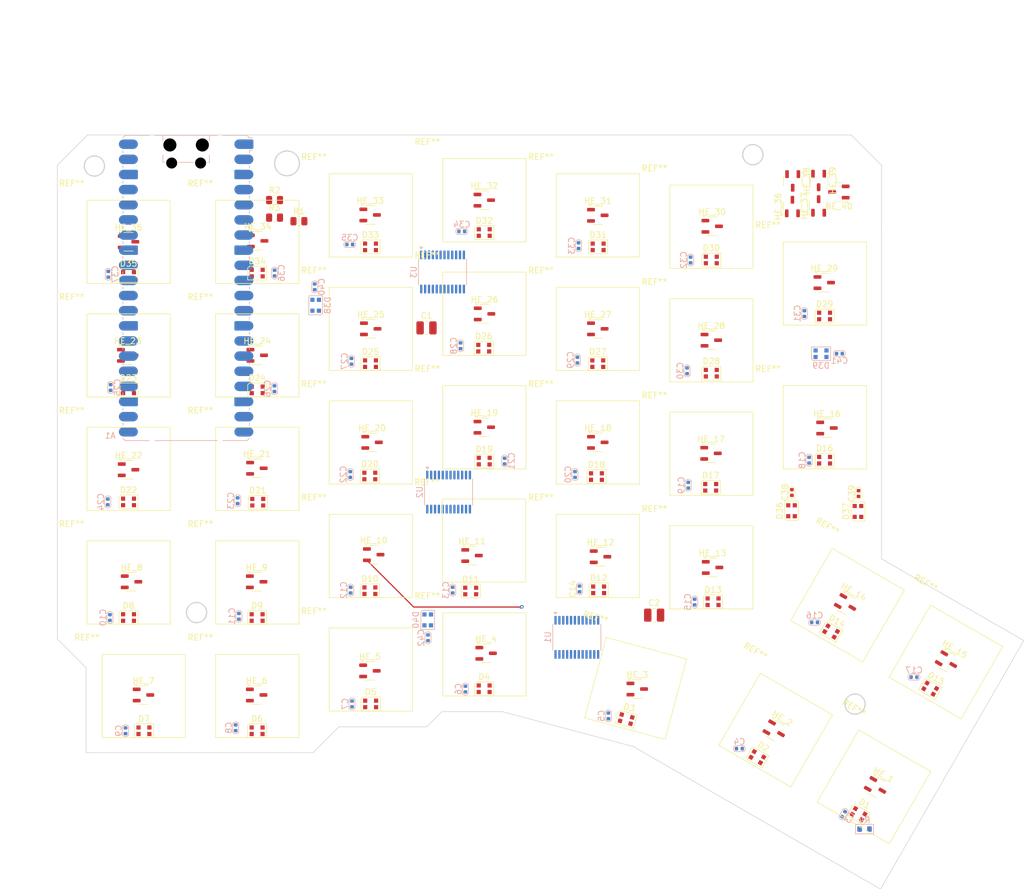
<source format=kicad_pcb>
(kicad_pcb (version 20241229) (generator "pcbnew") (generator_version "9.0")
  (layers (0 "F.Cu" signal) (2 "B.Cu" signal) (13 "F.Paste" user) (15 "B.Paste" user) (5 "F.SilkS" user "F.Silkscreen") (7 "B.SilkS" user "B.Silkscreen") (1 "F.Mask" user) (3 "B.Mask" user) (25 "Edge.Cuts" user))
  (net 0 "")
  (net 3 "/ANALOGUE_GND")
  (net 4 "GND")
  (net 5 "/MTP_BIN_0")
  (net 8 "/MTP_EN_2")
  (net 13 "/ANALOGUE_VIN")
  (net 14 "/MTP_EN_1")
  (net 18 "NEOPIXEL_DATA")
  (net 22 "/MTP_BIN_1")
  (net 23 "NEOPIXEL_POWER")
  (net 25 "/AN_SIG")
  (net 28 "/MTP_EN_0")
  (net 29 "/MTP_BIN_3")
  (net 30 "/MTP_BIN_2")
  (net 35 "Net-(HE_1-OUT)")
  (net 36 "Net-(HE_2-OUT)")
  (net 37 "Net-(HE_3-OUT)")
  (net 38 "Net-(HE_4-OUT)")
  (net 39 "Net-(HE_5-OUT)")
  (net 40 "Net-(HE_6-OUT)")
  (net 41 "Net-(HE_7-OUT)")
  (net 42 "Net-(HE_8-OUT)")
  (net 43 "Net-(HE_9-OUT)")
  (net 44 "Net-(HE_10-OUT)")
  (net 45 "Net-(HE_11-OUT)")
  (net 46 "Net-(HE_12-OUT)")
  (net 47 "Net-(HE_13-OUT)")
  (net 48 "Net-(HE_14-OUT)")
  (net 49 "Net-(HE_15-OUT)")
  (net 50 "Net-(HE_16-OUT)")
  (net 51 "Net-(HE_17-OUT)")
  (net 52 "Net-(HE_18-OUT)")
  (net 53 "Net-(HE_19-OUT)")
  (net 54 "Net-(HE_20-OUT)")
  (net 55 "Net-(HE_21-OUT)")
  (net 56 "Net-(HE_22-OUT)")
  (net 57 "Net-(HE_23-OUT)")
  (net 58 "Net-(HE_24-OUT)")
  (net 59 "Net-(HE_25-OUT)")
  (net 60 "Net-(HE_26-OUT)")
  (net 61 "Net-(HE_27-OUT)")
  (net 62 "Net-(HE_28-OUT)")
  (net 63 "Net-(HE_29-OUT)")
  (net 64 "Net-(HE_30-OUT)")
  (net 65 "Net-(HE_31-OUT)")
  (net 66 "Net-(HE_32-OUT)")
  (net 67 "Net-(HE_33-OUT)")
  (net 68 "Net-(HE_34-OUT)")
  (net 69 "Net-(HE_35-OUT)")
  (net 70 "Net-(HE_36-OUT)")
  (net 71 "Net-(HE_37-OUT)")
  (net 72 "Net-(HE_38-OUT)")
  (net 73 "Net-(HE_39-OUT)")
  (net 74 "Net-(HE_40-OUT)")
  (net 83 "Net-(D1-DOUT)")
  (net 84 "Net-(D1-DIN)")
  (net 85 "Net-(D3-DOUT)")
  (net 86 "Net-(D4-DOUT)")
  (net 87 "Net-(D5-DOUT)")
  (net 88 "Net-(D6-DOUT)")
  (net 89 "Net-(D7-DOUT)")
  (net 90 "Net-(D8-DOUT)")
  (net 91 "Net-(D10-DIN)")
  (net 92 "Net-(D10-DOUT)")
  (net 93 "Net-(D11-DOUT)")
  (net 94 "Net-(D12-DOUT)")
  (net 95 "Net-(D13-DOUT)")
  (net 96 "Net-(D14-DOUT)")
  (net 97 "Net-(D15-DOUT)")
  (net 98 "Net-(D16-DOUT)")
  (net 99 "Net-(D17-DOUT)")
  (net 100 "Net-(D18-DOUT)")
  (net 101 "Net-(D19-DOUT)")
  (net 102 "Net-(D20-DOUT)")
  (net 103 "Net-(D21-DOUT)")
  (net 104 "Net-(D22-DOUT)")
  (net 105 "Net-(D23-DOUT)")
  (net 106 "Net-(D24-DOUT)")
  (net 107 "Net-(D25-DOUT)")
  (net 108 "Net-(D26-DOUT)")
  (net 109 "Net-(D27-DOUT)")
  (net 110 "Net-(D28-DOUT)")
  (net 111 "Net-(D29-DOUT)")
  (net 112 "Net-(D30-DOUT)")
  (net 113 "Net-(D31-DOUT)")
  (net 114 "Net-(D32-DOUT)")
  (net 115 "Net-(D33-DOUT)")
  (net 116 "Net-(D34-DOUT)")
  (net 117 "Net-(D35-DOUT)")
  (net 118 "Net-(D36-DOUT)")
  (net 119 "Net-(D37-DOUT)")
  (net 120 "Net-(D38-DOUT)")
  (net 121 "Net-(D39-DOUT)")
  (net 123 "Net-(D2-DOUT)")
  (footprint "Package_TO_SOT_SMD:SOT-23-3" (layer "F.Cu") (at 107.790183 102.394942)
    (property "Reference" "HE_12")
    (property "Value" "~")
  )
  (footprint "he_kbd_footprint:SW_Cherry_MX_1.00u_ANALOGUE" (layer "F.Cu") (at 21.590183 99.694849)
    (property "Reference" "REF**")
    (property "Value" "SW_Cherry_MX_1.00u_ANALOGUE")
  )
  (footprint "Package_TO_SOT_SMD:SOT-23-3" (layer "F.Cu") (at 28.590183 49.54499)
    (property "Reference" "HE_35")
    (property "Value" "~")
  )
  (footprint "LED_SMD:LED_WS2812B-2020_PLCC4_2.0x2.0mm" (layer "F.Cu") (at 50.18013 54.794942)
    (property "Reference" "D34")
    (property "Value" "WS2812B-2020")
  )
  (footprint "Inductor_SMD:L_1008_2520Metric" (layer "F.Cu") (at 78.590183 63.994942)
    (property "Reference" "C1")
    (property "Value" "500u")
  )
  (footprint "Package_TO_SOT_SMD:SOT-23-3" (layer "F.Cu") (at 88.280037 80.659914)
    (property "Reference" "HE_19")
    (property "Value" "~")
  )
  (footprint "Package_TO_SOT_SMD:SOT-23-3" (layer "F.Cu") (at 69.127683 45.044942)
    (property "Reference" "HE_33")
    (property "Value" "~")
  )
  (footprint "Package_TO_SOT_SMD:SOT-23-3" (layer "F.Cu") (at 144.390183 39.257442 -90)
    (property "Reference" "HE_39")
    (property "Value" "~")
  )
  (footprint "LED_SMD:LED_WS2812B-2020_PLCC4_2.0x2.0mm" (layer "F.Cu") (at 126.275183 90.744942)
    (property "Reference" "D17")
    (property "Value" "WS2812B-2020")
  )
  (footprint "Package_TO_SOT_SMD:SOT-23-3" (layer "F.Cu") (at 107.329986 64.149954)
    (property "Reference" "HE_27")
    (property "Value" "~")
  )
  (footprint "he_kbd_footprint:SW_Cherry_MX_1.00u_ANALOGUE" (layer "F.Cu") (at 138.429893 73.659914)
    (property "Reference" "REF**")
    (property "Value" "SW_Cherry_MX_1.00u_ANALOGUE")
  )
  (footprint "LED_SMD:LED_WS2812B-2020_PLCC4_2.0x2.0mm" (layer "F.Cu") (at 69.075183 88.844942)
    (property "Reference" "D20")
    (property "Value" "WS2812B-2020")
  )
  (footprint "LED_SMD:LED_WS2812B-2020_PLCC4_2.0x2.0mm" (layer "F.Cu") (at 86.005183 108.144942)
    (property "Reference" "D11")
    (property "Value" "WS2812B-2020")
  )
  (footprint "LED_SMD:LED_WS2812B-2020_PLCC4_2.0x2.0mm" (layer "F.Cu") (at 28.590183 55.194942)
    (property "Reference" "D35")
    (property "Value" "WS2812B-2020")
  )
  (footprint "Package_TO_SOT_SMD:SOT-23-3" (layer "F.Cu") (at 107.329986 83.199907)
    (property "Reference" "HE_18")
    (property "Value" "~")
  )
  (footprint "Package_TO_SOT_SMD:SOT-23-3" (layer "F.Cu") (at 88.327683 61.644942)
    (property "Reference" "HE_26")
    (property "Value" "~")
  )
  (footprint "Package_TO_SOT_SMD:SOT-23-3" (layer "F.Cu") (at 86.227683 102.194942)
    (property "Reference" "HE_11")
    (property "Value" "~")
  )
  (footprint "LED_SMD:LED_WS2812B-2020_PLCC4_2.0x2.0mm" (layer "F.Cu") (at 28.590183 112.594942)
    (property "Reference" "D8")
    (property "Value" "WS2812B-2020")
  )
  (footprint "he_kbd_footprint:SW_Cherry_MX_1.00u_ANALOGUE" (layer "F.Cu") (at 21.590183 42.54499)
    (property "Reference" "REF**")
    (property "Value" "SW_Cherry_MX_1.00u_ANALOGUE")
  )
  (footprint "LED_SMD:LED_WS2812B-2020_PLCC4_2.0x2.0mm" (layer "F.Cu") (at 50.275183 93.244942)
    (property "Reference" "D21")
    (property "Value" "WS2812B-2020")
  )
  (footprint "Package_TO_SOT_SMD:SOT-23-3" (layer "F.Cu") (at 29.090183 106.594942)
    (property "Reference" "HE_8")
    (property "Value" "~")
  )
  (footprint "he_kbd_footprint:SW_Cherry_MX_1.00u_ANALOGUE" (layer "F.Cu") (at 100.329986 76.199907)
    (property "Reference" "REF**")
    (property "Value" "SW_Cherry_MX_1.00u_ANALOGUE")
  )
  (footprint "LED_SMD:LED_WS2812B-2020_PLCC4_2.0x2.0mm" (layer "F.Cu") (at 28.590183 74.394942)
    (property "Reference" "D23")
    (property "Value" "WS2812B-2020")
  )
  (footprint "he_kbd_footprint:SW_Cherry_MX_1.00u_ANALOGUE" (layer "F.Cu") (at 21.590183 80.644899)
    (property "Reference" "REF**")
    (property "Value" "SW_Cherry_MX_1.00u_ANALOGUE")
  )
  (footprint "Package_TO_SOT_SMD:SOT-23-3" (layer "F.Cu") (at 165.990183 119.994942 -30)
    (property "Reference" "HE_15")
    (property "Value" "~")
  )
  (footprint "Inductor_SMD:L_1008_2520Metric" (layer "F.Cu") (at 116.790183 112.194942)
    (property "Reference" "C2")
    (property "Value" "500u")
  )
  (footprint "LED_SMD:LED_WS2812B-2020_PLCC4_2.0x2.0mm" (layer "F.Cu") (at 126.379944 52.594942)
    (property "Reference" "D30")
    (property "Value" "WS2812B-2020")
  )
  (footprint "LED_SMD:LED_WS2812B-2020_PLCC4_2.0x2.0mm" (layer "F.Cu") (at 88.265019 124.544942)
    (property "Reference" "D4")
    (property "Value" "WS2812B-2020")
  )
  (footprint "PCM_Capacitor_SMD_AKL:C_0402_1005Metric" (layer "F.Cu") (at 139.905183 91.617988 90)
    (property "Reference" "C38")
    (property "Value" "1u" (hide yes))
  )
  (footprint "he_kbd_footprint:SW_Cherry_MX_1.00u_ANALOGUE" (layer "F.Cu") (at 119.379944 78.104906)
    (property "Reference" "REF**")
    (property "Value" "SW_Cherry_MX_1.00u_ANALOGUE")
  )
  (footprint "he_kbd_footprint:SW_Cherry_MX_1.00u_ANALOGUE" (layer "F.Cu") (at 43.18013 42.54499)
    (property "Reference" "REF**")
    (property "Value" "SW_Cherry_MX_1.00u_ANALOGUE")
  )
  (footprint "he_kbd_footprint:SW_Cherry_MX_1.00u_ANALOGUE" (layer "F.Cu") (at 43.18013 99.694849)
    (property "Reference" "REF**")
    (property "Value" "SW_Cherry_MX_1.00u_ANALOGUE")
  )
  (footprint "Package_TO_SOT_SMD:SOT-23-3" (layer "F.Cu") (at 139.990183 43.632442 90)
    (property "Reference" "HE_36")
    (property "Value" "~")
  )
  (footprint "Package_TO_SOT_SMD:SOT-23-3" (layer "F.Cu") (at 149.052683 110.394942 -30)
    (property "Reference" "HE_14")
    (property "Value" "~")
  )
  (footprint "Package_TO_SOT_SMD:SOT-23-3" (layer "F.Cu") (at 69.230083 64.149954)
    (property "Reference" "HE_25")
    (property "Value" "~")
  )
  (footprint "LED_SMD:LED_WS2812B-2020_PLCC4_2.0x2.0mm" (layer "F.Cu") (at 88.275183 86.344942)
    (property "Reference" "D19")
    (property "Value" "WS2812B-2020")
  )
  (footprint "LED_SMD:LED_WS2812B-2020_PLCC4_2.0x2.0mm" (layer "F.Cu") (at 145.390183 61.994942)
    (property "Reference" "D29")
    (property "Value" "WS2812B-2020")
  )
  (footprint "he_kbd_footprint:SW_Cherry_MX_1.00u_ANALOGUE" (layer "F.Cu") (at 81.280037 73.659914)
    (property "Reference" "REF**")
    (property "Value" "SW_Cherry_MX_1.00u_ANALOGUE")
  )
  (footprint "LED_SMD:LED_WS2812B-2020_PLCC4_2.0x2.0mm" (layer "F.Cu") (at 163.107596 124.528756 -30)
    (property "Reference" "D15")
    (property "Value" "WS2812B-2020")
  )
  (footprint "Package_TO_SOT_SMD:SOT-23-3" (layer "F.Cu") (at 31.090183 125.594942)
    (property "Reference" "HE_7")
    (property "Value" "~")
  )
  (footprint "he_kbd_footprint:SW_Cherry_MX_1.00u_ANALOGUE" (layer "F.Cu") (at 21.590183 61.594942)
    (property "Reference" "REF**")
    (property "Value" "SW_Cherry_MX_1.00u_ANALOGUE")
  )
  (footprint "he_kbd_footprint:SW_Cherry_MX_1.00u_ANALOGUE" (layer "F.Cu") (at 119.379944 40.004996)
    (property "Reference" "REF**")
    (property "Value" "SW_Cherry_MX_1.00u_ANALOGUE")
  )
  (footprint "LED_SMD:LED_WS2812B-2020_PLCC4_2.0x2.0mm" (layer "F.Cu") (at 69.190183 69.994942)
    (property "Reference" "D25")
    (property "Value" "WS2812B-2020")
  )
  (footprint "Package_TO_SOT_SMD:SOT-23-3" (layer "F.Cu") (at 126.527683 46.944942)
    (property "Reference" "HE_30")
    (property "Value" "~")
  )
  (footprint "LED_SMD:LED_WS2812B-2020_PLCC4_2.0x2.0mm" (layer "F.Cu") (at 50.165112 112.594942)
    (property "Reference" "D9")
    (property "Value" "WS2812B-2020")
  )
  (footprint "he_kbd_footprint:SW_Cherry_MX_1.00u_ANALOGUE" (layer "F.Cu") (at 119.379944 97.154855)
    (property "Reference" "REF**")
    (property "Value" "SW_Cherry_MX_1.00u_ANALOGUE")
  )
  (footprint "he_kbd_footprint:SW_Cherry_MX_1.00u_ANALOGUE" (layer "F.Cu") (at 62.230083 38.1)
    (property "Reference" "REF**")
    (property "Value" "SW_Cherry_MX_1.00u_ANALOGUE")
  )
  (footprint "he_kbd_footprint:SW_Cherry_MX_1.00u_ANALOGUE" (layer "F.Cu") (at 81.280037 35.560008)
    (property "Reference" "REF**")
    (property "Value" "SW_Cherry_MX_1.00u_ANALOGUE")
  )
  (footprint "LED_SMD:LED_WS2812B-2020_PLCC4_2.0x2.0mm" (layer "F.Cu") (at 69.215065 127.094942)
    (property "Reference" "D5")
    (property "Value" "WS2812B-2020")
  )
  (footprint "LED_SMD:LED_WS2812B-2020_PLCC4_2.0x2.0mm" (layer "F.Cu") (at 28.590183 93.194942)
    (property "Reference" "D22")
    (property "Value" "WS2812B-2020")
  )
  (footprint "Package_TO_SOT_SMD:SOT-23-3" (layer "F.Cu") (at 88.280037 42.560008)
    (property "Reference" "HE_32")
    (property "Value" "~")
  )
  (footprint "LED_SMD:LED_WS2812B-2020_PLCC4_2.0x2.0mm" (layer "F.Cu") (at 112.090183 129.644942 -15)
    (property "Reference" "D3")
    (property "Value" "WS2812B-2020")
  )
  (footprint "LED_SMD:LED_WS2812B-2020_PLCC4_2.0x2.0mm" (layer "F.Cu") (at 107.390183 50.394942)
    (property "Reference" "D31")
    (property "Value" "WS2812B-2020")
  )
  (footprint "he_kbd_footprint:SW_Cherry_MX_1.00u_ANALOGUE" (layer "F.Cu") (at 146.667099 100.947069 -30)
    (property "Reference" "REF**")
    (property "Value" "SW_Cherry_MX_1.00u_ANALOGUE")
  )
  (footprint "LED_SMD:LED_WS2812B-2020_PLCC4_2.0x2.0mm" (layer "F.Cu") (at 69.190183 50.394942)
    (property "Reference" "D33")
    (property "Value" "WS2812B-2020")
  )
  (footprint "he_kbd_footprint:SW_Cherry_MX_1.00u_ANALOGUE" (layer "F.Cu") (at 81.280037 54.60996)
    (property "Reference" "REF**")
    (property "Value" "SW_Cherry_MX_1.00u_ANALOGUE")
  )
  (footprint "he_kbd_footprint:SW_Cherry_MX_1.00u_ANALOGUE" (layer "F.Cu") (at 81.280037 111.759821)
    (property "Reference" "REF**")
    (property "Value" "SW_Cherry_MX_1.00u_ANALOGUE")
  )
  (footprint "Package_TO_SOT_SMD:SOT-23-3" (layer "F.Cu") (at 88.590183 118.594942)
    (property "Reference" "HE_4")
    (property "Value" "~")
  )
  (footprint "Package_TO_SOT_SMD:SOT-23-3" (layer "F.Cu") (at 126.327683 85.044942)
    (property "Reference" "HE_17")
    (property "Value" "~")
  )
  (footprint "Package_TO_SOT_SMD:SOT-23-3" (layer "F.Cu") (at 28.452683 68.594942)
    (property "Reference" "HE_23")
    (property "Value" "~")
  )
  (footprint "LED_SMD:LED_WS2812B-2020_PLCC4_2.0x2.0mm" (layer "F.Cu") (at 150.990183 94.794942 90)
    (property "Reference" "D37")
    (property "Value" "WS2812B-2020")
  )
  (footprint "Resistor_SMD:R_0805_2012Metric" (layer "F.Cu") (at 53.090183 45.49499)
    (property "Reference" "R3")
    (property "Value" "10k")
  )
  (footprint "LED_SMD:LED_WS2812B-2020_PLCC4_2.0x2.0mm" (layer "F.Cu") (at 126.675183 109.944942)
    (property "Reference" "D13")
    (property "Value" "WS2812B-2020")
  )
  (footprint "he_kbd_footprint:SW_Cherry_MX_1.00u_ANALOGUE" (layer "F.Cu") (at 62.230083 57.149954)
    (property "Reference" "REF**")
    (property "Value" "SW_Cherry_MX_1.00u_ANALOGUE")
  )
  (footprint "Package_TO_SOT_SMD:SOT-23-3" (layer "F.Cu") (at 69.452683 83.199907)
    (property "Reference" "HE_20")
    (property "Value" "~")
  )
  (footprint "LED_SMD:LED_WS2812B-2020_PLCC4_2.0x2.0mm" (layer "F.Cu") (at 31.175183 131.594942)
    (property "Reference" "D7")
    (property "Value" "WS2812B-2020")
  )
  (footprint "he_kbd_footprint:SW_Cherry_MX_1.00u_ANALOGUE" (layer "F.Cu") (at 62.230083 76.199907)
    (property "Reference" "REF**")
    (property "Value" "SW_Cherry_MX_1.00u_ANALOGUE")
  )
  (footprint "Package_TO_SOT_SMD:SOT-23-3" (layer "F.Cu") (at 145.327683 56.394942)
    (property "Reference" "HE_29")
    (property "Value" "~")
  )
  (footprint "Package_TO_SOT_SMD:SOT-23-3" (layer "F.Cu") (at 50.090183 125.594942)
    (property "Reference" "HE_6")
    (property "Value" "~")
  )
  (footprint "LED_SMD:LED_WS2812B-2020_PLCC4_2.0x2.0mm" (layer "F.Cu") (at 50.165112 131.594942)
    (property "Reference" "D6")
    (property "Value" "WS2812B-2020")
  )
  (footprint "Package_TO_SOT_SMD:SOT-23-3" (layer "F.Cu") (at 126.590183 104.194942)
    (property "Reference" "HE_13")
    (property "Value" "~")
  )
  (footprint "he_kbd_footprint:SW_Cherry_MX_1.00u_ANALOGUE" (layer "F.Cu") (at 163.177048 110.472048 -30)
    (property "Reference" "REF**")
    (property "Value" "SW_Cherry_MX_1.00u_ANALOGUE")
  )
  (footprint "LED_SMD:LED_WS2812B-2020_PLCC4_2.0x2.0mm" (layer "F.Cu") (at 146.475183 114.944942 -30)
    (property "Reference" "D14")
    (property "Value" "WS2812B-2020")
  )
  (footprint "LED_SMD:LED_WS2812B-2020_PLCC4_2.0x2.0mm" (layer "F.Cu") (at 69.090183 108.094942)
    (property "Reference" "D10")
    (property "Value" "WS2812B-2020")
  )
  (footprint "Package_TO_SOT_SMD:SOT-23-3" (layer "F.Cu") (at 126.379944 66.054949)
    (property "Reference" "HE_28")
    (property "Value" "~")
  )
  (footprint "Resistor_SMD:R_0805_2012Metric" (layer "F.Cu") (at 53.090183 42.54499)
    (property "Reference" "R2")
    (property "Value" "10k")
  )
  (footprint "he_kbd_footprint:SW_Cherry_MX_1.00u_ANALOGUE" (layer "F.Cu") (at 43.18013 118.744806)
    (property "Reference" "REF**")
    (property "Value" "SW_Cherry_MX_1.00u_ANALOGUE")
  )
  (footprint "LED_SMD:LED_WS2812B-2020_PLCC4_2.0x2.0mm" (layer "F.Cu") (at 151.090183 145.594942 -30)
    (property "Reference" "D1")
    (property "Value" "WS2812B-2020")
  )
  (footprint "he_kbd_footprint:SW_Cherry_MX_1.00u_ANALOGUE" (layer "F.Cu") (at 108.72467 115.905092 -15)
    (property "Reference" "REF**")
    (property "Value" "SW_Cherry_MX_1.00u_ANALOGUE")
  )
  (footprint "Package_TO_SOT_SMD:SOT-23-3" (layer "F.Cu") (at 69.727683 102.044942)
    (property "Reference" "HE_10")
    (property "Value" "~")
  )
  (footprint "Package_TO_SOT_SMD:SOT-23-3" (layer "F.Cu") (at 154.090183 141.094942 -30)
    (property "Reference" "HE_1")
    (property "Value" "~")
  )
  (footprint "LED_SMD:LED_WS2812B-2020_PLCC4_2.0x2.0mm" (layer "F.Cu") (at 107.105183 88.944942)
    (property "Reference" "D18")
    (property "Value" "WS2812B-2020")
  )
  (footprint "LED_SMD:LED_WS2812B-2020_PLCC4_2.0x2.0mm" (layer "F.Cu") (at 107.329986 69.994942)
    (property "Reference" "D27")
    (property "Value" "WS2812B-2020")
  )
  (footprint "Package_TO_SOT_SMD:SOT-23-3" (layer "F.Cu") (at 113.952683 124.594942)
    (property "Reference" "HE_3")
    (property "Value" "~")
  )
  (footprint "he_kbd_footprint:SW_Cherry_MX_1.00u_ANALOGUE" (layer "F.Cu") (at 100.329986 95.249864)
    (property "Reference" "REF**")
    (property "Value" "SW_Cherry_MX_1.00u_ANALOGUE")
  )
  (footprint "Package_TO_SOT_SMD:SOT-23-3" (layer "F.Cu") (at 28.590183 87.794942)
    (property "Reference" "HE_22")
    (property "Value" "~")
  )
  (footprint "LED_SMD:LED_WS2812B-2020_PLCC4_2.0x2.0mm" (layer "F.Cu") (at 88.190183 67.394942)
    (property "Reference" "D26")
    (property "Value" "WS2812B-2020")
  )
  (footprint "Package_TO_SOT_SMD:SOT-23-3" (layer "F.Cu") (at 69.090183 121.544942)
    (property "Reference" "HE_5")
    (property "Value" "~")
  )
  (footprint "he_kbd_footprint:SW_Cherry_MX_1.00u_ANALOGUE" (layer "F.Cu") (at 81.240183 92.669942)
    (property "Reference" "REF**")
    (property "Value" "SW_Cherry_MX_1.00u_ANALOGUE")
  )
  (footprint "LED_SMD:LED_WS2812B-2020_PLCC4_2.0x2.0mm" (layer "F.Cu") (at 107.475183 107.944942)
    (property "Reference" "D12")
    (property "Value" "WS2812B-2020")
  )
  (footprint "Package_TO_SOT_SMD:SOT-23-3" (layer "F.Cu") (at 107.329986 45.1)
    (property "Reference" "HE_31")
    (property "Value" "~")
  )
  (footprint "Package_TO_SOT_SMD:SOT-23-3" (layer "F.Cu") (at 147.790183 41.194942 180)
    (property "Reference" "HE_40")
    (property "Value" "~")
  )
  (footprint "he_kbd_footprint:SW_Cherry_MX_1.00u_ANALOGUE" (layer "F.Cu") (at 100.329986 57.149954)
    (property "Reference" "REF**")
    (property "Value" "SW_Cherry_MX_1.00u_ANALOGUE")
  )
  (footprint "he_kbd_footprint:SW_Cherry_MX_1.00u_ANALOGUE" (layer "F.Cu") (at 100.329986 38.1)
    (property "Reference" "REF**")
    (property "Value" "SW_Cherry_MX_1.00u_ANALOGUE")
  )
  (footprint "Package_TO_SOT_SMD:SOT-23-3" (layer "F.Cu") (at 50.127683 87.544942)
    (property "Reference" "HE_21")
    (property "Value" "~")
  )
  (footprint "he_kbd_footprint:SW_Cherry_MX_1.00u_ANALOGUE" (layer "F.Cu") (at 24.130176 118.744806)
    (property "Reference" "REF**")
    (property "Value" "SW_Cherry_MX_1.00u_ANALOGUE")
  )
  (footprint "Package_TO_SOT_SMD:SOT-23-3" (layer "F.Cu") (at 145.790183 80.794942)
    (property "Reference" "HE_16")
    (property "Value" "~")
  )
  (footprint "LED_SMD:LED_WS2812B-2020_PLCC4_2.0x2.0mm" (layer "F.Cu") (at 50.190183 74.394942)
    (property "Reference" "D24")
    (property "Value" "WS2812B-2020")
  )
  (footprint "he_kbd_footprint:SW_Cherry_MX_1.00u_ANALOGUE" (layer "F.Cu") (at 62.230083 95.249864)
    (property "Reference" "REF**")
    (property "Value" "SW_Cherry_MX_1.00u_ANALOGUE")
  )
  (footprint "Resistor_SMD:R_0805_2012Metric" (layer "F.Cu") (at 57.177683 46.094942)
    (property "Reference" "R1")
    (property "Value" "10k")
  )
  (footprint "he_kbd_footprint:SW_Cherry_MX_1.00u_ANALOGUE" (layer "F.Cu") (at 119.379944 59.054949)
    (property "Reference" "REF**")
    (property "Value" "SW_Cherry_MX_1.00u_ANALOGUE")
  )
  (footprint "he_kbd_footprint:SW_Cherry_MX_1.00u_ANALOGUE" (layer "F.Cu") (at 138.429893 49.529972)
    (property "Reference" "REF**")
    (property "Value" "SW_Cherry_MX_1.00u_ANALOGUE")
  )
  (footprint "Package_TO_SOT_SMD:SOT-23-3" (layer "F.Cu") (at 144.390183 43.532442 90)
    (property "Reference" "HE_37")
    (property "Value" "~")
  )
  (footprint "LED_SMD:LED_WS2812B-2020_PLCC4_2.0x2.0mm" (layer "F.Cu") (at 139.840183 94.679942 90)
    (property "Reference" "D36")
    (property "Value" "WS2812B-2020")
  )
  (footprint "Package_TO_SOT_SMD:SOT-23-3" (layer "F.Cu") (at 137.090183 131.594942 -30)
    (property "Reference" "HE_2")
    (property "Value" "~")
  )
  (footprint "Package_TO_SOT_SMD:SOT-23-3" (layer "F.Cu") (at 140.040183 39.332442 -90)
    (property "Reference" "HE_38")
    (property "Value" "~")
  )
  (footprint "Package_TO_SOT_SMD:SOT-23-3" (layer "F.Cu") (at 50.090183 106.594942)
    (property "Reference" "HE_9")
    (property "Value" "~")
  )
  (footprint "LED_SMD:LED_WS2812B-2020_PLCC4_2.0x2.0mm" (layer "F.Cu") (at 145.390183 86.194942)
    (property "Reference" "D16")
    (property "Value" "WS2812B-2020")
  )
  (footprint "he_kbd_footprint:SW_Cherry_MX_1.00u_ANALOGUE" (layer "F.Cu") (at 134.602127 121.902017 -30)
    (property "Reference" "REF**")
    (property "Value" "SW_Cherry_MX_1.00u_ANALOGUE")
  )
  (footprint "he_kbd_footprint:SW_Cherry_MX_1.00u_ANALOGUE" (layer "F.Cu") (at 43.18013 80.644899)
    (property "Reference" "REF**")
    (property "Value" "SW_Cherry_MX_1.00u_ANALOGUE")
  )
  (footprint "LED_SMD:LED_WS2812B-2020_PLCC4_2.0x2.0mm" (layer "F.Cu") (at 126.379944 71.594942)
    (property "Reference" "D28")
    (property "Value" "WS2812B-2020")
  )
  (footprint "he_kbd_footprint:SW_Cherry_MX_1.00u_ANALOGUE" (layer "F.Cu") (at 43.18013 61.594942)
    (property "Reference" "REF**")
    (property "Value" "SW_Cherry_MX_1.00u_ANALOGUE")
  )
  (footprint "he_kbd_footprint:SW_Cherry_MX_1.00u_ANALOGUE" (layer "F.Cu") (at 62.230083 114.299814)
    (property "Reference" "REF**")
    (property "Value" "SW_Cherry_MX_1.00u_ANALOGUE")
  )
  (footprint "LED_SMD:LED_WS2812B-2020_PLCC4_2.0x2.0mm" (layer "F.Cu") (at 134.107596 136.028756 -30)
    (property "Reference" "D2")
    (property "Value" "WS2812B-2020")
  )
  (footprint "PCM_Capacitor_SMD_AKL:C_0402_1005Metric" (layer "F.Cu") (at 151.090183 91.789942 90)
    (property "Reference" "C39")
    (property "Value" "1u" (hide yes))
  )
  (footprint "he_kbd_footprint:SW_Cherry_MX_1.00u_ANALOGUE" (layer "F.Cu") (at 151.112076 131.426996 -30)
    (property "Reference" "REF**")
    (property "Value" "SW_Cherry_MX_1.00u_ANALOGUE")
  )
  (footprint "LED_SMD:LED_WS2812B-2020_PLCC4_2.0x2.0mm" (layer "F.Cu") (at 88.280037 47.994942)
    (property "Reference" "D32")
    (property "Value" "WS2812B-2020")
  )
  (footprint "Package_TO_SOT_SMD:SOT-23-3" (layer "F.Cu") (at 50.18013 68.594942)
    (property "Reference" "HE_24")
    (property "Value" "~")
  )
  (footprint "Package_TO_SOT_SMD:SOT-23-3" (layer "F.Cu") (at 50.252683 49.394942)
    (property "Reference" "HE_34")
    (property "Value" "~")
  )
  (footprint "PCM_Capacitor_SMD_AKL:C_0402_1005Metric" (layer "B.Cu") (at 82.990183 107.994942 -90)
    (property "Reference" "C13")
    (property "Value" "1u" (hide yes))
  )
  (footprint "PCM_Capacitor_SMD_AKL:C_0402_1005Metric" (layer "B.Cu") (at 25.190183 54.994942 90)
    (property "Reference" "C37")
    (property "Value" "1u" (hide yes))
  )
  (footprint "Package_SO:TSSOP-24_4.4x7.8mm_P0.65mm" (layer "B.Cu") (at 82.295183 91.544942 -90)
    (property "Reference" "U2")
    (property "Value" "CD74HC4067M")
  )
  (footprint "LED_SMD:LED_WS2812B-2020_PLCC4_2.0x2.0mm" (layer "B.Cu") (at 59.990183 60.194942 90)
    (property "Reference" "D38")
    (property "Value" "WS2812B-2020")
  )
  (footprint "PCM_Capacitor_SMD_AKL:C_0402_1005Metric" (layer "B.Cu") (at 53.110183 54.794942 90)
    (property "Reference" "C36")
    (property "Value" "1u" (hide yes))
  )
  (footprint "PCM_Capacitor_SMD_AKL:C_0402_1005Metric" (layer "B.Cu") (at 25.590183 73.994942 90)
    (property "Reference" "C25")
    (property "Value" "1u" (hide yes))
  )
  (footprint "PCM_Capacitor_SMD_AKL:C_0402_1005Metric" (layer "B.Cu") (at 104.270183 107.794942 -90)
    (property "Reference" "C14")
    (property "Value" "1u" (hide yes))
  )
  (footprint "PCM_Capacitor_SMD_AKL:C_0402_1005Metric" (layer "B.Cu") (at 85.110183 124.594942 -90)
    (property "Reference" "C6")
    (property "Value" "1u" (hide yes))
  )
  (footprint "PCM_Capacitor_SMD_AKL:C_0402_1005Metric" (layer "B.Cu") (at 141.990183 61.594942 -90)
    (property "Reference" "C31")
    (property "Value" "1u" (hide yes))
  )
  (footprint "PCM_Capacitor_SMD_AKL:C_0402_1005Metric" (layer "B.Cu") (at 65.990183 69.594942 -90)
    (property "Reference" "C27")
    (property "Value" "1u" (hide yes))
  )
  (footprint "PCM_Capacitor_SMD_AKL:C_0402_1005Metric" (layer "B.Cu") (at 103.510183 88.594942 -90)
    (property "Reference" "C20")
    (property "Value" "1u" (hide yes))
  )
  (footprint "PCM_Capacitor_SMD_AKL:C_0402_1005Metric" (layer "B.Cu") (at 59.840183 57.109942 90)
    (property "Reference" "C40")
    (property "Value" "1u" (hide yes))
  )
  (footprint "PCM_Capacitor_SMD_AKL:C_0402_1005Metric" (layer "B.Cu") (at 25.470183 112.594942 -90)
    (property "Reference" "C10")
    (property "Value" "1u" (hide yes))
  )
  (footprint "PCM_Capacitor_SMD_AKL:C_0402_1005Metric" (layer "B.Cu") (at 122.510183 90.394942 -90)
    (property "Reference" "C19")
    (property "Value" "1u" (hide yes))
  )
  (footprint "PCM_Capacitor_SMD_AKL:C_0402_1005Metric" (layer "B.Cu") (at 78.840183 115.999942 -90)
    (property "Reference" "C42")
    (property "Value" "1u" (hide yes))
  )
  (footprint "PCM_Capacitor_SMD_AKL:C_0402_1005Metric" (layer "B.Cu") (at 148.590183 145.594942 60)
    (property "Reference" "C3")
    (property "Value" "1u" (hide yes))
  )
  (footprint "PCM_Capacitor_SMD_AKL:C_0402_1005Metric" (layer "B.Cu") (at 84.510183 47.794942 180)
    (property "Reference" "C34")
    (property "Value" "1u" (hide yes))
  )
  (footprint "LED_SMD:LED_WS2812B-2020_PLCC4_2.0x2.0mm" (layer "B.Cu") (at 144.790183 68.329942)
    (property "Reference" "D39")
    (property "Value" "WS2812B-2020")
  )
  (footprint "Module:RaspberryPi_Pico_Common_SMD" (layer "B.Cu") (at 38.252947 57.299808 180)
    (property "Reference" "A1")
    (property "Value" "RaspberryPi_Pico")
  )
  (footprint "PCM_Capacitor_SMD_AKL:C_0402_1005Metric" (layer "B.Cu") (at 142.790183 86.194942 -90)
    (property "Reference" "C18")
    (property "Value" "1u" (hide yes))
  )
  (footprint "Package_SO:TSSOP-24_4.4x7.8mm_P0.65mm" (layer "B.Cu") (at 81.280037 54.60996 -90)
    (property "Reference" "U3")
    (property "Value" "CD74HC4067M")
  )
  (footprint "PCM_Capacitor_SMD_AKL:C_0402_1005Metric" (layer "B.Cu") (at 65.870183 107.994942 -90)
    (property "Reference" "C12")
    (property "Value" "1u" (hide yes))
  )
  (footprint "PCM_Resistor_SMD_AKL:R_0603_1608Metric" (layer "B.Cu") (at 152.090183 148.094942 180)
    (property "Reference" "R4")
    (property "Value" "400" (hide yes))
  )
  (footprint "PCM_Capacitor_SMD_AKL:C_0402_1005Metric" (layer "B.Cu") (at 91.710183 86.344942 90)
    (property "Reference" "C21")
    (property "Value" "1u" (hide yes))
  )
  (footprint "PCM_Capacitor_SMD_AKL:C_0402_1005Metric" (layer "B.Cu") (at 109.110183 129.094942 -90)
    (property "Reference" "C5")
    (property "Value" "1u" (hide yes))
  )
  (footprint "PCM_Capacitor_SMD_AKL:C_0402_1005Metric" (layer "B.Cu") (at 131.090183 134.594942 180)
    (property "Reference" "C4")
    (property "Value" "1u" (hide yes))
  )
  (footprint "PCM_Capacitor_SMD_AKL:C_0402_1005Metric" (layer "B.Cu") (at 103.910183 69.394942 -90)
    (property "Reference" "C29")
    (property "Value" "1u" (hide yes))
  )
  (footprint "PCM_Capacitor_SMD_AKL:C_0402_1005Metric" (layer "B.Cu") (at 47.110183 112.394942 -90)
    (property "Reference" "C11")
    (property "Value" "1u" (hide yes))
  )
  (footprint "PCM_Capacitor_SMD_AKL:C_0402_1005Metric" (layer "B.Cu") (at 147.875183 68.329942)
    (property "Reference" "C41")
    (property "Value" "1u" (hide yes))
  )
  (footprint "PCM_Capacitor_SMD_AKL:C_0402_1005Metric" (layer "B.Cu") (at 122.910183 52.594942 -90)
    (property "Reference" "C32")
    (property "Value" "1u" (hide yes))
  )
  (footprint "PCM_Capacitor_SMD_AKL:C_0402_1005Metric" (layer "B.Cu") (at 53.070183 74.194942 -90)
    (property "Reference" "C26")
    (property "Value" "1u" (hide yes))
  )
  (footprint "PCM_Capacitor_SMD_AKL:C_0402_1005Metric" (layer "B.Cu") (at 65.790183 88.594942 -90)
    (property "Reference" "C22")
    (property "Value" "1u" (hide yes))
  )
  (footprint "PCM_Capacitor_SMD_AKL:C_0402_1005Metric" (layer "B.Cu") (at 123.590183 109.994942 -90)
    (property "Reference" "C15")
    (property "Value" "1u" (hide yes))
  )
  (footprint "PCM_Capacitor_SMD_AKL:C_0402_1005Metric" (layer "B.Cu") (at 66.090183 127.094942 -90)
    (property "Reference" "C7")
    (property "Value" "1u" (hide yes))
  )
  (footprint "PCM_Capacitor_SMD_AKL:C_0402_1005Metric" (layer "B.Cu") (at 104.110183 50.194942 -90)
    (property "Reference" "C33")
    (property "Value" "1u" (hide yes))
  )
  (footprint "PCM_Capacitor_SMD_AKL:C_0402_1005Metric" (layer "B.Cu") (at 46.910183 92.994942 -90)
    (property "Reference" "C23")
    (property "Value" "1u" (hide yes))
  )
  (footprint "PCM_Capacitor_SMD_AKL:C_0402_1005Metric" (layer "B.Cu") (at 122.310183 71.194942 -90)
    (property "Reference" "C30")
    (property "Value" "1u" (hide yes))
  )
  (footprint "LED_SMD:LED_WS2812B-2020_PLCC4_2.0x2.0mm" (layer "B.Cu") (at 78.790183 112.994942 -90)
    (property "Reference" "D40")
    (property "Value" "WS2812B-2020")
  )
  (footprint "PCM_Capacitor_SMD_AKL:C_0402_1005Metric" (layer "B.Cu") (at 84.310183 66.994942 -90)
    (property "Reference" "C28")
    (property "Value" "1u" (hide yes))
  )
  (footprint "PCM_Capacitor_SMD_AKL:C_0402_1005Metric" (layer "B.Cu") (at 46.570183 131.094942 -90)
    (property "Reference" "C8")
    (property "Value" "1u" (hide yes))
  )
  (footprint "PCM_Capacitor_SMD_AKL:C_0402_1005Metric" (layer "B.Cu") (at 65.710183 49.994942 180)
    (property "Reference" "C35")
    (property "Value" "1u" (hide yes))
  )
  (footprint "PCM_Capacitor_SMD_AKL:C_0402_1005Metric" (layer "B.Cu") (at 143.710183 113.394942 180)
    (property "Reference" "C16")
    (property "Value" "1u" (hide yes))
  )
  (footprint "PCM_Capacitor_SMD_AKL:C_0402_1005Metric" (layer "B.Cu") (at 160.390183 122.594942 180)
    (property "Reference" "C17")
    (property "Value" "1u" (hide yes))
  )
  (footprint "PCM_Capacitor_SMD_AKL:C_0402_1005Metric" (layer "B.Cu") (at 25.110183 93.194942 -90)
    (property "Reference" "C24")
    (property "Value" "1u" (hide yes))
  )
  (footprint "Package_SO:TSSOP-24_4.4x7.8mm_P0.65mm" (layer "B.Cu") (at 103.815183 115.919942 -90)
    (property "Reference" "U1")
    (property "Value" "CD74HC4067M")
  )
  (footprint "PCM_Capacitor_SMD_AKL:C_0402_1005Metric" (layer "B.Cu") (at 28.090183 131.594942 -90)
    (property "Reference" "C9")
    (property "Value" "1u" (hide yes))
  )
  (gr_poly (pts (xy 40.09294 110.067903) (xy 40.178988 110.074446) (xy 40.263785 110.085221) (xy 40.347225 110.100122) (xy 40.429201 110.119042) (xy 40.509606 110.141874) (xy 40.588334 110.168513) (xy 40.665279 110.198851) (xy 40.740334 110.232782) (xy 40.813393 110.270201) (xy 40.884349 110.310999) (xy 40.953095 110.355072) (xy 41.019526 110.402311) (xy 41.083535 110.452612) (xy 41.145015 110.505867) (xy 41.20386 110.56197) (xy 41.259963 110.620815) (xy 41.313219 110.682295) (xy 41.36352 110.746303) (xy 41.41076 110.812734) (xy 41.454832 110.881481) (xy 41.495631 110.952436) (xy 41.533049 111.025495) (xy 41.566981 111.100549) (xy 41.597319 111.177494) (xy 41.623958 111.256222) (xy 41.64679 111.336627) (xy 41.66571 111.418602) (xy 41.680611 111.502042) (xy 41.691386 111.586839) (xy 41.697929 111.672887) (xy 41.700134 111.76008) (xy 41.697929 111.847272) (xy 41.691386 111.93332) (xy 41.680611 112.018116) (xy 41.66571 112.101556) (xy 41.64679 112.183531) (xy 41.623958 112.263935) (xy 41.597319 112.342663) (xy 41.566981 112.419608) (xy 41.533049 112.494662) (xy 41.495631 112.567721) (xy 41.454832 112.638676) (xy 41.41076 112.707423) (xy 41.36352 112.773853) (xy 41.313219 112.837862) (xy 41.259963 112.899342) (xy 41.20386 112.958187) (xy 41.145015 113.01429) (xy 41.083535 113.067546) (xy 41.019526 113.117847) (xy 40.953095 113.165087) (xy 40.884349 113.209159) (xy 40.813393 113.249958) (xy 40.740334 113.287376) (xy 40.665279 113.321308) (xy 40.588334 113.351647) (xy 40.509606 113.378285) (xy 40.429201 113.401118) (xy 40.347225 113.420038) (xy 40.263785 113.434939) (xy 40.178988 113.445714) (xy 40.09294 113.452257) (xy 40.005747 113.454462) (xy 39.918554 113.452257) (xy 39.832506 113.445714) (xy 39.747708 113.434939) (xy 39.664269 113.420038) (xy 39.582293 113.401118) (xy 39.501888 113.378285) (xy 39.42316 113.351647) (xy 39.346215 113.321308) (xy 39.27116 113.287376) (xy 39.198102 113.249958) (xy 39.127146 113.209159) (xy 39.0584 113.165087) (xy 38.991969 113.117847) (xy 38.92796 113.067546) (xy 38.86648 113.01429) (xy 38.807635 112.958187) (xy 38.751532 112.899342) (xy 38.698276 112.837862) (xy 38.647975 112.773853) (xy 38.600736 112.707423) (xy 38.556663 112.638676) (xy 38.515864 112.567721) (xy 38.478446 112.494662) (xy 38.444514 112.419608) (xy 38.414176 112.342663) (xy 38.387537 112.263935) (xy 38.364705 112.183531) (xy 38.345785 112.101556) (xy 38.330884 112.018116) (xy 38.320109 111.93332) (xy 38.313566 111.847272) (xy 38.311361 111.76008) (xy 38.313566 111.672887) (xy 38.320109 111.586839) (xy 38.330884 111.502042) (xy 38.345785 111.418602) (xy 38.364705 111.336627) (xy 38.387537 111.256222) (xy 38.414176 111.177494) (xy 38.444514 111.100549) (xy 38.478446 111.025495) (xy 38.515864 110.952436) (xy 38.556663 110.881481) (xy 38.600736 110.812734) (xy 38.647975 110.746303) (xy 38.698276 110.682295) (xy 38.751532 110.620815) (xy 38.807635 110.56197) (xy 38.86648 110.505867) (xy 38.92796 110.452612) (xy 38.991969 110.402311) (xy 39.0584 110.355072) (xy 39.127146 110.310999) (xy 39.198102 110.270201) (xy 39.27116 110.232782) (xy 39.346215 110.198851) (xy 39.42316 110.168513) (xy 39.501888 110.141874) (xy 39.582293 110.119042) (xy 39.664269 110.100122) (xy 39.747708 110.085221) (xy 39.832506 110.074446) (xy 39.918554 110.067903) (xy 40.005747 110.065698)) (stroke (width 0.199999)) (fill no) (layer "Edge.Cuts"))
  (gr_line (start 154.93985 36.703004) (end 149.859863 31.623017) (stroke (width 0.099999)) (layer "Edge.Cuts"))
  (gr_line (start 149.859863 31.623017) (end 21.717182 31.623017) (stroke (width 0.099999)) (layer "Edge.Cuts"))
  (gr_line (start 16.637195 36.703004) (end 16.637195 40.004996) (stroke (width 0.099999)) (layer "Edge.Cuts"))
  (gr_curve (pts (xy 59.563087 135.254762) (xy 61.002418 133.815431) (xy 62.441749 132.376108) (xy 63.881077 130.936777)) (stroke (width 0.099999)) (layer "Edge.Cuts"))
  (gr_poly (pts (xy 22.947982 35.138) (xy 23.03403 35.144543) (xy 23.118827 35.155318) (xy 23.202267 35.170219) (xy 23.284243 35.189139) (xy 23.364648 35.211972) (xy 23.443376 35.23861) (xy 23.520321 35.268949) (xy 23.595375 35.30288) (xy 23.668434 35.340298) (xy 23.73939 35.381097) (xy 23.808136 35.42517) (xy 23.874567 35.47241) (xy 23.938576 35.522711) (xy 24.000056 35.575966) (xy 24.058901 35.632069) (xy 24.115005 35.690914) (xy 24.16826 35.752394) (xy 24.218561 35.816403) (xy 24.265801 35.882834) (xy 24.309873 35.95158) (xy 24.350672 36.022536) (xy 24.388091 36.095595) (xy 24.422022 36.170649) (xy 24.452361 36.247594) (xy 24.478999 36.326322) (xy 24.501832 36.406727) (xy 24.520752 36.488703) (xy 24.535652 36.572143) (xy 24.546428 36.65694) (xy 24.552971 36.742988) (xy 24.555176 36.830181) (xy 24.552971 36.917374) (xy 24.546428 37.003422) (xy 24.535652 37.088219) (xy 24.520752 37.171659) (xy 24.501832 37.253635) (xy 24.478999 37.33404) (xy 24.452361 37.412768) (xy 24.422022 37.489713) (xy 24.388091 37.564768) (xy 24.350672 37.637826) (xy 24.309873 37.708782) (xy 24.265801 37.777529) (xy 24.218561 37.84396) (xy 24.16826 37.907968) (xy 24.115005 37.969448) (xy 24.058901 38.028293) (xy 24.000056 38.084397) (xy 23.938576 38.137652) (xy 23.874567 38.187953) (xy 23.808136 38.235193) (xy 23.73939 38.279265) (xy 23.668434 38.320064) (xy 23.595375 38.357483) (xy 23.520321 38.391414) (xy 23.443376 38.421752) (xy 23.364648 38.448391) (xy 23.284243 38.471224) (xy 23.202267 38.490143) (xy 23.118827 38.505044) (xy 23.03403 38.515819) (xy 22.947982 38.522363) (xy 22.860789 38.524567) (xy 22.773596 38.522363) (xy 22.687548 38.515819) (xy 22.602751 38.505044) (xy 22.519311 38.490143) (xy 22.437335 38.471224) (xy 22.35693 38.448391) (xy 22.278202 38.421752) (xy 22.201257 38.391414) (xy 22.126202 38.357483) (xy 22.053144 38.320064) (xy 21.982188 38.279265) (xy 21.913441 38.235193) (xy 21.84701 38.187953) (xy 21.783002 38.137652) (xy 21.721522 38.084397) (xy 21.662677 38.028293) (xy 21.606573 37.969448) (xy 21.553318 37.907968) (xy 21.503017 37.84396) (xy 21.455777 37.777529) (xy 21.411704 37.708782) (xy 21.370906 37.637826) (xy 21.333487 37.564768) (xy 21.299555 37.489713) (xy 21.269217 37.412768) (xy 21.242578 37.33404) (xy 21.219746 37.253635) (xy 21.200826 37.171659) (xy 21.185925 37.088219) (xy 21.17515 37.003422) (xy 21.168607 36.917374) (xy 21.166402 36.830181) (xy 21.168607 36.742988) (xy 21.17515 36.65694) (xy 21.185925 36.572143) (xy 21.200826 36.488703) (xy 21.219746 36.406727) (xy 21.242578 36.326322) (xy 21.269217 36.247594) (xy 21.299555 36.170649) (xy 21.333487 36.095595) (xy 21.370906 36.022536) (xy 21.411704 35.95158) (xy 21.455777 35.882834) (xy 21.503017 35.816403) (xy 21.553318 35.752394) (xy 21.606573 35.690914) (xy 21.662677 35.632069) (xy 21.721522 35.575966) (xy 21.783002 35.522711) (xy 21.84701 35.47241) (xy 21.913441 35.42517) (xy 21.982188 35.381097) (xy 22.053144 35.340298) (xy 22.126202 35.30288) (xy 22.201257 35.268949) (xy 22.278202 35.23861) (xy 22.35693 35.211972) (xy 22.437335 35.189139) (xy 22.519311 35.170219) (xy 22.602751 35.155318) (xy 22.687548 35.144543) (xy 22.773596 35.138) (xy 22.860789 35.135795)) (stroke (width 0.199999)) (fill no) (layer "Edge.Cuts"))
  (gr_poly (pts (xy 150.582569 125.434862) (xy 150.668616 125.441405) (xy 150.753413 125.45218) (xy 150.836852 125.467081) (xy 150.918827 125.486001) (xy 150.999232 125.508833) (xy 151.077959 125.535472) (xy 151.154904 125.565811) (xy 151.229959 125.599742) (xy 151.303017 125.637161) (xy 151.373973 125.67796) (xy 151.442719 125.722032) (xy 151.50915 125.769272) (xy 151.573158 125.819573) (xy 151.634638 125.872829) (xy 151.693483 125.928932) (xy 151.749587 125.987777) (xy 151.802842 126.049257) (xy 151.853143 126.113265) (xy 151.900383 126.179696) (xy 151.944455 126.248443) (xy 151.985254 126.319398) (xy 152.022673 126.392456) (xy 152.056604 126.467511) (xy 152.086943 126.544456) (xy 152.113582 126.623183) (xy 152.136414 126.703588) (xy 152.155334 126.785563) (xy 152.170235 126.869002) (xy 152.18101 126.953799) (xy 152.187553 127.039846) (xy 152.189758 127.127039) (xy 152.187553 127.214232) (xy 152.18101 127.30028) (xy 152.170235 127.385077) (xy 152.155334 127.468517) (xy 152.136414 127.550492) (xy 152.113582 127.630897) (xy 152.086943 127.709626) (xy 152.056604 127.786571) (xy 152.022673 127.861626) (xy 151.985254 127.934684) (xy 151.944455 128.00564) (xy 151.900383 128.074387) (xy 151.853143 128.140818) (xy 151.802842 128.204827) (xy 151.749587 128.266307) (xy 151.693483 128.325152) (xy 151.634638 128.381256) (xy 151.573158 128.434511) (xy 151.50915 128.484812) (xy 151.442719 128.532052) (xy 151.373973 128.576125) (xy 151.303017 128.616924) (xy 151.229959 128.654342) (xy 151.154904 128.688274) (xy 151.077959 128.718613) (xy 150.999232 128.745251) (xy 150.918827 128.768084) (xy 150.836852 128.787004) (xy 150.753413 128.801905) (xy 150.668616 128.81268) (xy 150.582569 128.819223) (xy 150.495376 128.821428) (xy 150.408183 128.819223) (xy 150.322134 128.81268) (xy 150.237336 128.801905) (xy 150.153896 128.787004) (xy 150.07192 128.768084) (xy 149.991514 128.745251) (xy 149.912785 128.718613) (xy 149.83584 128.688274) (xy 149.760785 128.654342) (xy 149.687726 128.616924) (xy 149.616769 128.576125) (xy 149.548022 128.532052) (xy 149.481591 128.484812) (xy 149.417582 128.434511) (xy 149.356102 128.381256) (xy 149.297256 128.325152) (xy 149.241153 128.266307) (xy 149.187897 128.204827) (xy 149.137596 128.140818) (xy 149.090355 128.074387) (xy 149.046283 128.00564) (xy 149.005484 127.934684) (xy 148.968065 127.861626) (xy 148.934133 127.786571) (xy 148.903795 127.709626) (xy 148.877156 127.630897) (xy 148.854323 127.550492) (xy 148.835403 127.468517) (xy 148.820503 127.385077) (xy 148.809727 127.30028) (xy 148.803184 127.214232) (xy 148.800979 127.127039) (xy 148.803184 127.039846) (xy 148.809727 126.953799) (xy 148.820503 126.869002) (xy 148.835403 126.785563) (xy 148.854323 126.703588) (xy 148.877156 126.623183) (xy 148.903795 126.544456) (xy 148.934133 126.467511) (xy 148.968065 126.392456) (xy 149.005484 126.319398) (xy 149.046283 126.248443) (xy 149.090355 126.179696) (xy 149.137596 126.113265) (xy 149.187897 126.049257) (xy 149.241153 125.987777) (xy 149.297256 125.928932) (xy 149.356102 125.872829) (xy 149.417582 125.819573) (xy 149.481591 125.769272) (xy 149.548022 125.722032) (xy 149.616769 125.67796) (xy 149.687726 125.637161) (xy 149.760785 125.599742) (xy 149.83584 125.565811) (xy 149.912785 125.535472) (xy 149.991514 125.508833) (xy 150.07192 125.486001) (xy 150.153896 125.467081) (xy 150.237336 125.45218) (xy 150.322134 125.441405) (xy 150.408183 125.434862) (xy 150.495376 125.432657)) (stroke (width 0.199999)) (fill no) (layer "Edge.Cuts"))
  (gr_line (start 16.637195 40.004996) (end 16.637195 116.204813) (stroke (width 0.099999)) (layer "Edge.Cuts"))
  (gr_poly (pts (xy 55.289148 34.308346) (xy 55.394781 34.316378) (xy 55.498879 34.329606) (xy 55.60131 34.347898) (xy 55.701944 34.371124) (xy 55.80065 34.399154) (xy 55.897297 34.431856) (xy 55.991755 34.469099) (xy 56.083893 34.510754) (xy 56.173581 34.556689) (xy 56.260687 34.606774) (xy 56.34508 34.660878) (xy 56.426632 34.71887) (xy 56.505209 34.78062) (xy 56.580683 34.845997) (xy 56.652921 34.91487) (xy 56.721795 34.987109) (xy 56.787171 35.062582) (xy 56.848921 35.14116) (xy 56.906914 35.222711) (xy 56.961018 35.307105) (xy 57.011103 35.394211) (xy 57.057038 35.483898) (xy 57.098693 35.576036) (xy 57.135937 35.670495) (xy 57.168638 35.767142) (xy 57.196668 35.865848) (xy 57.219894 35.966482) (xy 57.238187 36.068913) (xy 57.251414 36.173011) (xy 57.259447 36.278645) (xy 57.262153 36.385684) (xy 57.259447 36.492722) (xy 57.251414 36.598356) (xy 57.238187 36.702454) (xy 57.219894 36.804885) (xy 57.196668 36.905519) (xy 57.168638 37.004225) (xy 57.135937 37.100872) (xy 57.098693 37.19533) (xy 57.057038 37.287469) (xy 57.011103 37.377156) (xy 56.961018 37.464262) (xy 56.906914 37.548656) (xy 56.848921 37.630207) (xy 56.787171 37.708785) (xy 56.721795 37.784258) (xy 56.652921 37.856497) (xy 56.580683 37.92537) (xy 56.505209 37.990747) (xy 56.426632 38.052496) (xy 56.34508 38.110489) (xy 56.260687 38.164592) (xy 56.173581 38.214677) (xy 56.083893 38.260613) (xy 55.991755 38.302267) (xy 55.897297 38.339511) (xy 55.80065 38.372213) (xy 55.701944 38.400242) (xy 55.60131 38.423468) (xy 55.498879 38.441761) (xy 55.394781 38.454988) (xy 55.289148 38.463021) (xy 55.18211 38.465728) (xy 55.075071 38.463021) (xy 54.969437 38.454988) (xy 54.865339 38.441761) (xy 54.762908 38.423468) (xy 54.662274 38.400242) (xy 54.563568 38.372213) (xy 54.466921 38.339511) (xy 54.372462 38.302267) (xy 54.280324 38.260613) (xy 54.190637 38.214677) (xy 54.103531 38.164592) (xy 54.019137 38.110489) (xy 53.937586 38.052496) (xy 53.859008 37.990747) (xy 53.783535 37.92537) (xy 53.711296 37.856497) (xy 53.642423 37.784258) (xy 53.577047 37.708785) (xy 53.515297 37.630207) (xy 53.457304 37.548656) (xy 53.403201 37.464262) (xy 53.353116 37.377156) (xy 53.307181 37.287469) (xy 53.265526 37.19533) (xy 53.228282 37.100872) (xy 53.19558 37.004225) (xy 53.167551 36.905519) (xy 53.144325 36.804885) (xy 53.126033 36.702454) (xy 53.112805 36.598356) (xy 53.104772 36.492722) (xy 53.102066 36.385684) (xy 53.104772 36.278645) (xy 53.112805 36.173011) (xy 53.126033 36.068913) (xy 53.144325 35.966482) (xy 53.167551 35.865848) (xy 53.19558 35.767142) (xy 53.228282 35.670495) (xy 53.265526 35.576036) (xy 53.307181 35.483898) (xy 53.353116 35.394211) (xy 53.403201 35.307105) (xy 53.457304 35.222711) (xy 53.515297 35.14116) (xy 53.577047 35.062582) (xy 53.642423 34.987109) (xy 53.711296 34.91487) (xy 53.783535 34.845997) (xy 53.859008 34.78062) (xy 53.937586 34.71887) (xy 54.019137 34.660878) (xy 54.103531 34.606774) (xy 54.190637 34.556689) (xy 54.280324 34.510754) (xy 54.372462 34.469099) (xy 54.466921 34.431856) (xy 54.563568 34.399154) (xy 54.662274 34.371124) (xy 54.762908 34.347898) (xy 54.865339 34.329606) (xy 54.969437 34.316378) (xy 55.075071 34.308346) (xy 55.18211 34.305639)) (stroke (width 0.199999)) (fill no) (layer "Edge.Cuts"))
  (gr_line (start 154.93985 36.703004) (end 154.93985 46.86298) (stroke (width 0.099999)) (layer "Edge.Cuts"))
  (gr_curve (pts (xy 78.613041 130.936777) (xy 79.459709 130.090112) (xy 80.30637 129.24344) (xy 81.153038 128.396784)) (stroke (width 0.099999)) (layer "Edge.Cuts"))
  (gr_line (start 154.93985 102.742845) (end 178.815796 116.458811) (stroke (width 0.099999)) (layer "Edge.Cuts"))
  (gr_line (start 16.637195 36.703004) (end 21.717182 31.623017) (stroke (width 0.099999)) (layer "Edge.Cuts"))
  (gr_line (start 91.313011 128.396784) (end 81.153038 128.396784) (stroke (width 0.099999)) (layer "Edge.Cuts"))
  (gr_line (start 154.685852 158.11471) (end 154.812851 158.11471) (stroke (width 0.099999)) (layer "Edge.Cuts"))
  (gr_line (start 154.93985 46.86298) (end 154.93985 102.742845) (stroke (width 0.099999)) (layer "Edge.Cuts"))
  (gr_line (start 21.463183 121.030801) (end 21.463183 135.254762) (stroke (width 0.099999)) (layer "Edge.Cuts"))
  (gr_line (start 21.463183 135.254762) (end 59.563087 135.254762) (stroke (width 0.099999)) (layer "Edge.Cuts"))
  (gr_curve (pts (xy 154.812851 158.11471) (xy 162.813827 144.229402) (xy 170.814819 130.34411) (xy 178.815796 116.458811)) (stroke (width 0.099999)) (layer "Edge.Cuts"))
  (gr_line (start 63.881077 130.936777) (end 78.613041 130.936777) (stroke (width 0.099999)) (layer "Edge.Cuts"))
  (gr_line (start 16.637195 116.204813) (end 21.463183 121.030801) (stroke (width 0.099999)) (layer "Edge.Cuts"))
  (gr_curve (pts (xy 154.685852 158.11471) (xy 140.885223 150.156061) (xy 127.084587 142.197412) (xy 113.283958 134.238764)) (stroke (width 0.099999)) (layer "Edge.Cuts"))
  (gr_line (start 113.283958 134.238764) (end 91.313011 128.396784) (stroke (width 0.099999)) (layer "Edge.Cuts"))
  (gr_poly (pts (xy 133.437603 33.233005) (xy 133.523651 33.239548) (xy 133.608449 33.250323) (xy 133.691888 33.265224) (xy 133.773864 33.284144) (xy 133.854269 33.306977) (xy 133.932997 33.333615) (xy 134.009942 33.363954) (xy 134.084997 33.397885) (xy 134.158056 33.435304) (xy 134.229012 33.476102) (xy 134.297759 33.520175) (xy 134.36419 33.567415) (xy 134.428198 33.617716) (xy 134.489679 33.670971) (xy 134.548524 33.727075) (xy 134.604627 33.78592) (xy 134.657883 33.8474) (xy 134.708184 33.911409) (xy 134.755424 33.977839) (xy 134.799497 34.046586) (xy 134.840296 34.117542) (xy 134.877714 34.1906) (xy 134.911646 34.265655) (xy 134.941984 34.3426) (xy 134.968623 34.421328) (xy 134.991456 34.501733) (xy 135.010376 34.583709) (xy 135.025276 34.667149) (xy 135.036052 34.751946) (xy 135.042595 34.837994) (xy 135.0448 34.925187) (xy 135.042595 35.01238) (xy 135.036052 35.098428) (xy 135.025276 35.183225) (xy 135.010376 35.266665) (xy 134.991456 35.34864) (xy 134.968623 35.429045) (xy 134.941984 35.507774) (xy 134.911646 35.584718) (xy 134.877714 35.659773) (xy 134.840296 35.732832) (xy 134.799497 35.803788) (xy 134.755424 35.872534) (xy 134.708184 35.938965) (xy 134.657883 36.002974) (xy 134.604627 36.064454) (xy 134.548524 36.123299) (xy 134.489679 36.179402) (xy 134.428198 36.232658) (xy 134.36419 36.282959) (xy 134.297759 36.330199) (xy 134.229012 36.374271) (xy 134.158056 36.41507) (xy 134.084997 36.452488) (xy 134.009942 36.48642) (xy 133.932997 36.516758) (xy 133.854269 36.543397) (xy 133.773864 36.56623) (xy 133.691888 36.585149) (xy 133.608449 36.60005) (xy 133.523651 36.610825) (xy 133.437603 36.617369) (xy 133.35041 36.619573) (xy 133.263218 36.617369) (xy 133.17717 36.610825) (xy 133.092374 36.60005) (xy 133.008935 36.585149) (xy 132.92696 36.56623) (xy 132.846555 36.543397) (xy 132.767827 36.516758) (xy 132.690883 36.48642) (xy 132.615828 36.452488) (xy 132.54277 36.41507) (xy 132.471814 36.374271) (xy 132.403068 36.330199) (xy 132.336637 36.282959) (xy 132.272628 36.232658) (xy 132.211148 36.179402) (xy 132.152303 36.123299) (xy 132.0962 36.064454) (xy 132.042945 36.002974) (xy 131.992644 35.938965) (xy 131.945404 35.872534) (xy 131.901331 35.803788) (xy 131.860532 35.732832) (xy 131.823114 35.659773) (xy 131.789182 35.584718) (xy 131.758844 35.507774) (xy 131.732205 35.429045) (xy 131.709372 35.34864) (xy 131.690453 35.266665) (xy 131.675552 35.183225) (xy 131.664776 35.098428) (xy 131.658233 35.01238) (xy 131.656029 34.925187) (xy 131.658233 34.837994) (xy 131.664776 34.751946) (xy 131.675552 34.667149) (xy 131.690453 34.583709) (xy 131.709372 34.501733) (xy 131.732205 34.421328) (xy 131.758844 34.3426) (xy 131.789182 34.265655) (xy 131.823114 34.1906) (xy 131.860532 34.117542) (xy 131.901331 34.046586) (xy 131.945404 33.977839) (xy 131.992644 33.911409) (xy 132.042945 33.8474) (xy 132.0962 33.78592) (xy 132.152303 33.727075) (xy 132.211148 33.670971) (xy 132.272628 33.617716) (xy 132.336637 33.567415) (xy 132.403068 33.520175) (xy 132.471814 33.476102) (xy 132.54277 33.435304) (xy 132.615828 33.397885) (xy 132.690883 33.363954) (xy 132.767827 33.333615) (xy 132.846555 33.306977) (xy 132.92696 33.284144) (xy 133.008935 33.265224) (xy 133.092374 33.250323) (xy 133.17717 33.239548) (xy 133.263218 33.233005) (xy 133.35041 33.2308)) (stroke (width 0.199999)) (fill no) (layer "Edge.Cuts"))
  (segment (start 76.431234 110.835993) (end 68.590183 102.994942) (width 0.2) (layer "F.Cu") (net 44))
  (segment (start 94.590183 110.794939) (end 94.378896 110.794939) (width 0.2) (layer "F.Cu") (net 44))
  (segment (start 94.378896 110.794939) (end 94.337842 110.835993) (width 0.2) (layer "F.Cu") (net 44))
  (segment (start 94.337842 110.835993) (end 76.431234 110.835993) (width 0.2) (layer "F.Cu") (net 44))
  (via (at 94.590183 110.794939) (size 0.6) (drill 0.3) (layers "F.Cu" "B.Cu") (net 44))
  (segment (start 94.545089 110.840033) (end 94.34124 110.840033) (width 0.2) (layer "B.Cu") (net 44))
  (segment (start 94.3372 110.997982) (end 94.3372 110.835993) (width 0.2) (layer "B.Cu") (net 44))
  (segment (start 94.34124 110.840033) (end 94.3372 110.835993) (width 0.2) (layer "B.Cu") (net 44))
  (segment (start 94.3372 110.836635) (end 94.3372 110.997982) (width 0.2) (layer "B.Cu") (net 44))
  (segment (start 94.590183 110.794939) (end 94.378896 110.794939) (width 0.2) (layer "B.Cu") (net 44))
  (segment (start 94.3372 110.997982) (end 94.34124 110.993942) (width 0.2) (layer "B.Cu") (net 44))
  (segment (start 94.34124 110.993942) (end 94.34124 110.840033) (width 0.2) (layer "B.Cu") (net 44))
  (segment (start 94.378896 110.794939) (end 94.3372 110.836635) (width 0.2) (layer "B.Cu") (net 44))
  (segment (start 94.590183 110.794939) (end 94.545089 110.840033) (width 0.2) (layer "B.Cu") (net 44))
)
</source>
